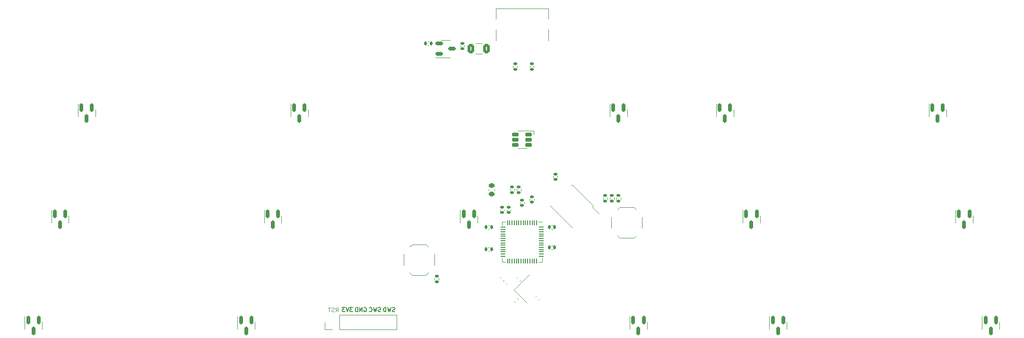
<source format=gbo>
%TF.GenerationSoftware,KiCad,Pcbnew,7.0.6*%
%TF.CreationDate,2023-07-16T23:36:14-04:00*%
%TF.ProjectId,littolRP2040,6c697474-6f6c-4525-9032-3034302e6b69,rev?*%
%TF.SameCoordinates,PX2d6b3a0PY7e098dc*%
%TF.FileFunction,Legend,Bot*%
%TF.FilePolarity,Positive*%
%FSLAX46Y46*%
G04 Gerber Fmt 4.6, Leading zero omitted, Abs format (unit mm)*
G04 Created by KiCad (PCBNEW 7.0.6) date 2023-07-16 23:36:14*
%MOMM*%
%LPD*%
G01*
G04 APERTURE LIST*
G04 Aperture macros list*
%AMRoundRect*
0 Rectangle with rounded corners*
0 $1 Rounding radius*
0 $2 $3 $4 $5 $6 $7 $8 $9 X,Y pos of 4 corners*
0 Add a 4 corners polygon primitive as box body*
4,1,4,$2,$3,$4,$5,$6,$7,$8,$9,$2,$3,0*
0 Add four circle primitives for the rounded corners*
1,1,$1+$1,$2,$3*
1,1,$1+$1,$4,$5*
1,1,$1+$1,$6,$7*
1,1,$1+$1,$8,$9*
0 Add four rect primitives between the rounded corners*
20,1,$1+$1,$2,$3,$4,$5,0*
20,1,$1+$1,$4,$5,$6,$7,0*
20,1,$1+$1,$6,$7,$8,$9,0*
20,1,$1+$1,$8,$9,$2,$3,0*%
%AMRotRect*
0 Rectangle, with rotation*
0 The origin of the aperture is its center*
0 $1 length*
0 $2 width*
0 $3 Rotation angle, in degrees counterclockwise*
0 Add horizontal line*
21,1,$1,$2,0,0,$3*%
%AMOutline5P*
0 Free polygon, 5 corners , with rotation*
0 The origin of the aperture is its center*
0 number of corners: always 5*
0 $1 to $10 corner X, Y*
0 $11 Rotation angle, in degrees counterclockwise*
0 create outline with 5 corners*
4,1,5,$1,$2,$3,$4,$5,$6,$7,$8,$9,$10,$1,$2,$11*%
%AMOutline6P*
0 Free polygon, 6 corners , with rotation*
0 The origin of the aperture is its center*
0 number of corners: always 6*
0 $1 to $12 corner X, Y*
0 $13 Rotation angle, in degrees counterclockwise*
0 create outline with 6 corners*
4,1,6,$1,$2,$3,$4,$5,$6,$7,$8,$9,$10,$11,$12,$1,$2,$13*%
%AMOutline7P*
0 Free polygon, 7 corners , with rotation*
0 The origin of the aperture is its center*
0 number of corners: always 7*
0 $1 to $14 corner X, Y*
0 $15 Rotation angle, in degrees counterclockwise*
0 create outline with 7 corners*
4,1,7,$1,$2,$3,$4,$5,$6,$7,$8,$9,$10,$11,$12,$13,$14,$1,$2,$15*%
%AMOutline8P*
0 Free polygon, 8 corners , with rotation*
0 The origin of the aperture is its center*
0 number of corners: always 8*
0 $1 to $16 corner X, Y*
0 $17 Rotation angle, in degrees counterclockwise*
0 create outline with 8 corners*
4,1,8,$1,$2,$3,$4,$5,$6,$7,$8,$9,$10,$11,$12,$13,$14,$15,$16,$1,$2,$17*%
G04 Aperture macros list end*
%ADD10C,0.125000*%
%ADD11C,0.150000*%
%ADD12C,0.120000*%
%ADD13R,1.700000X1.700000*%
%ADD14O,1.700000X1.700000*%
%ADD15C,1.750000*%
%ADD16C,3.000000*%
%ADD17C,3.987800*%
%ADD18R,2.550000X2.500000*%
%ADD19RoundRect,0.140000X-0.140000X-0.170000X0.140000X-0.170000X0.140000X0.170000X-0.140000X0.170000X0*%
%ADD20RoundRect,0.150000X-0.150000X0.587500X-0.150000X-0.587500X0.150000X-0.587500X0.150000X0.587500X0*%
%ADD21RoundRect,0.140000X0.170000X-0.140000X0.170000X0.140000X-0.170000X0.140000X-0.170000X-0.140000X0*%
%ADD22RoundRect,0.250000X0.375000X0.625000X-0.375000X0.625000X-0.375000X-0.625000X0.375000X-0.625000X0*%
%ADD23RoundRect,0.150000X-0.512500X-0.150000X0.512500X-0.150000X0.512500X0.150000X-0.512500X0.150000X0*%
%ADD24RotRect,1.400000X1.200000X45.000000*%
%ADD25RoundRect,0.140000X0.021213X-0.219203X0.219203X-0.021213X-0.021213X0.219203X-0.219203X0.021213X0*%
%ADD26RoundRect,0.135000X-0.185000X0.135000X-0.185000X-0.135000X0.185000X-0.135000X0.185000X0.135000X0*%
%ADD27RoundRect,0.140000X-0.021213X0.219203X-0.219203X0.021213X0.021213X-0.219203X0.219203X-0.021213X0*%
%ADD28RoundRect,0.135000X0.185000X-0.135000X0.185000X0.135000X-0.185000X0.135000X-0.185000X-0.135000X0*%
%ADD29RoundRect,0.150000X0.475000X0.150000X-0.475000X0.150000X-0.475000X-0.150000X0.475000X-0.150000X0*%
%ADD30RoundRect,0.140000X0.140000X0.170000X-0.140000X0.170000X-0.140000X-0.170000X0.140000X-0.170000X0*%
%ADD31RoundRect,0.225000X0.250000X-0.225000X0.250000X0.225000X-0.250000X0.225000X-0.250000X-0.225000X0*%
%ADD32Outline5P,-1.275000X1.250000X0.400000X1.250000X1.275000X0.375000X1.275000X-1.250000X-1.275000X-1.250000X180.000000*%
%ADD33RoundRect,0.050000X0.387500X0.050000X-0.387500X0.050000X-0.387500X-0.050000X0.387500X-0.050000X0*%
%ADD34RoundRect,0.050000X0.050000X0.387500X-0.050000X0.387500X-0.050000X-0.387500X0.050000X-0.387500X0*%
%ADD35R,3.200000X3.200000*%
%ADD36RoundRect,0.150000X0.565685X-0.353553X-0.353553X0.565685X-0.565685X0.353553X0.353553X-0.565685X0*%
%ADD37RoundRect,0.135000X0.035355X-0.226274X0.226274X-0.035355X-0.035355X0.226274X-0.226274X0.035355X0*%
%ADD38R,1.700000X1.000000*%
%ADD39C,3.048000*%
%ADD40Outline5P,-1.275000X1.250000X0.400000X1.250000X1.275000X0.375000X1.275000X-1.250000X-1.275000X-1.250000X0.000000*%
%ADD41C,0.650000*%
%ADD42R,0.600000X1.450000*%
%ADD43R,0.300000X1.450000*%
%ADD44O,1.000000X1.600000*%
%ADD45O,1.000000X2.100000*%
%ADD46RoundRect,0.140000X0.219203X0.021213X0.021213X0.219203X-0.219203X-0.021213X-0.021213X-0.219203X0*%
G04 APERTURE END LIST*
D10*
X71383325Y13782566D02*
X71633325Y14139709D01*
X71811896Y13782566D02*
X71811896Y14532566D01*
X71811896Y14532566D02*
X71526182Y14532566D01*
X71526182Y14532566D02*
X71454753Y14496852D01*
X71454753Y14496852D02*
X71419039Y14461138D01*
X71419039Y14461138D02*
X71383325Y14389709D01*
X71383325Y14389709D02*
X71383325Y14282566D01*
X71383325Y14282566D02*
X71419039Y14211138D01*
X71419039Y14211138D02*
X71454753Y14175423D01*
X71454753Y14175423D02*
X71526182Y14139709D01*
X71526182Y14139709D02*
X71811896Y14139709D01*
X71097610Y13818280D02*
X70990468Y13782566D01*
X70990468Y13782566D02*
X70811896Y13782566D01*
X70811896Y13782566D02*
X70740468Y13818280D01*
X70740468Y13818280D02*
X70704753Y13853995D01*
X70704753Y13853995D02*
X70669039Y13925423D01*
X70669039Y13925423D02*
X70669039Y13996852D01*
X70669039Y13996852D02*
X70704753Y14068280D01*
X70704753Y14068280D02*
X70740468Y14103995D01*
X70740468Y14103995D02*
X70811896Y14139709D01*
X70811896Y14139709D02*
X70954753Y14175423D01*
X70954753Y14175423D02*
X71026182Y14211138D01*
X71026182Y14211138D02*
X71061896Y14246852D01*
X71061896Y14246852D02*
X71097610Y14318280D01*
X71097610Y14318280D02*
X71097610Y14389709D01*
X71097610Y14389709D02*
X71061896Y14461138D01*
X71061896Y14461138D02*
X71026182Y14496852D01*
X71026182Y14496852D02*
X70954753Y14532566D01*
X70954753Y14532566D02*
X70776182Y14532566D01*
X70776182Y14532566D02*
X70669039Y14496852D01*
X70454753Y14532566D02*
X70026182Y14532566D01*
X70240467Y13782566D02*
X70240467Y14532566D01*
D11*
X74406877Y14533866D02*
X73942591Y14533866D01*
X73942591Y14533866D02*
X74192591Y14248152D01*
X74192591Y14248152D02*
X74085448Y14248152D01*
X74085448Y14248152D02*
X74014020Y14212438D01*
X74014020Y14212438D02*
X73978305Y14176723D01*
X73978305Y14176723D02*
X73942591Y14105295D01*
X73942591Y14105295D02*
X73942591Y13926723D01*
X73942591Y13926723D02*
X73978305Y13855295D01*
X73978305Y13855295D02*
X74014020Y13819580D01*
X74014020Y13819580D02*
X74085448Y13783866D01*
X74085448Y13783866D02*
X74299734Y13783866D01*
X74299734Y13783866D02*
X74371162Y13819580D01*
X74371162Y13819580D02*
X74406877Y13855295D01*
X73728305Y14533866D02*
X73478305Y13783866D01*
X73478305Y13783866D02*
X73228305Y14533866D01*
X73049734Y14533866D02*
X72585448Y14533866D01*
X72585448Y14533866D02*
X72835448Y14248152D01*
X72835448Y14248152D02*
X72728305Y14248152D01*
X72728305Y14248152D02*
X72656877Y14212438D01*
X72656877Y14212438D02*
X72621162Y14176723D01*
X72621162Y14176723D02*
X72585448Y14105295D01*
X72585448Y14105295D02*
X72585448Y13926723D01*
X72585448Y13926723D02*
X72621162Y13855295D01*
X72621162Y13855295D02*
X72656877Y13819580D01*
X72656877Y13819580D02*
X72728305Y13783866D01*
X72728305Y13783866D02*
X72942591Y13783866D01*
X72942591Y13783866D02*
X73014019Y13819580D01*
X73014019Y13819580D02*
X73049734Y13855295D01*
X81991162Y13819580D02*
X81884020Y13783866D01*
X81884020Y13783866D02*
X81705448Y13783866D01*
X81705448Y13783866D02*
X81634020Y13819580D01*
X81634020Y13819580D02*
X81598305Y13855295D01*
X81598305Y13855295D02*
X81562591Y13926723D01*
X81562591Y13926723D02*
X81562591Y13998152D01*
X81562591Y13998152D02*
X81598305Y14069580D01*
X81598305Y14069580D02*
X81634020Y14105295D01*
X81634020Y14105295D02*
X81705448Y14141009D01*
X81705448Y14141009D02*
X81848305Y14176723D01*
X81848305Y14176723D02*
X81919734Y14212438D01*
X81919734Y14212438D02*
X81955448Y14248152D01*
X81955448Y14248152D02*
X81991162Y14319580D01*
X81991162Y14319580D02*
X81991162Y14391009D01*
X81991162Y14391009D02*
X81955448Y14462438D01*
X81955448Y14462438D02*
X81919734Y14498152D01*
X81919734Y14498152D02*
X81848305Y14533866D01*
X81848305Y14533866D02*
X81669734Y14533866D01*
X81669734Y14533866D02*
X81562591Y14498152D01*
X81312591Y14533866D02*
X81134019Y13783866D01*
X81134019Y13783866D02*
X80991162Y14319580D01*
X80991162Y14319580D02*
X80848305Y13783866D01*
X80848305Y13783866D02*
X80669734Y14533866D01*
X80384019Y13783866D02*
X80384019Y14533866D01*
X80384019Y14533866D02*
X80205448Y14533866D01*
X80205448Y14533866D02*
X80098305Y14498152D01*
X80098305Y14498152D02*
X80026876Y14426723D01*
X80026876Y14426723D02*
X79991162Y14355295D01*
X79991162Y14355295D02*
X79955448Y14212438D01*
X79955448Y14212438D02*
X79955448Y14105295D01*
X79955448Y14105295D02*
X79991162Y13962438D01*
X79991162Y13962438D02*
X80026876Y13891009D01*
X80026876Y13891009D02*
X80098305Y13819580D01*
X80098305Y13819580D02*
X80205448Y13783866D01*
X80205448Y13783866D02*
X80384019Y13783866D01*
X79451162Y13819580D02*
X79344020Y13783866D01*
X79344020Y13783866D02*
X79165448Y13783866D01*
X79165448Y13783866D02*
X79094020Y13819580D01*
X79094020Y13819580D02*
X79058305Y13855295D01*
X79058305Y13855295D02*
X79022591Y13926723D01*
X79022591Y13926723D02*
X79022591Y13998152D01*
X79022591Y13998152D02*
X79058305Y14069580D01*
X79058305Y14069580D02*
X79094020Y14105295D01*
X79094020Y14105295D02*
X79165448Y14141009D01*
X79165448Y14141009D02*
X79308305Y14176723D01*
X79308305Y14176723D02*
X79379734Y14212438D01*
X79379734Y14212438D02*
X79415448Y14248152D01*
X79415448Y14248152D02*
X79451162Y14319580D01*
X79451162Y14319580D02*
X79451162Y14391009D01*
X79451162Y14391009D02*
X79415448Y14462438D01*
X79415448Y14462438D02*
X79379734Y14498152D01*
X79379734Y14498152D02*
X79308305Y14533866D01*
X79308305Y14533866D02*
X79129734Y14533866D01*
X79129734Y14533866D02*
X79022591Y14498152D01*
X78772591Y14533866D02*
X78594019Y13783866D01*
X78594019Y13783866D02*
X78451162Y14319580D01*
X78451162Y14319580D02*
X78308305Y13783866D01*
X78308305Y13783866D02*
X78129734Y14533866D01*
X77415448Y13855295D02*
X77451162Y13819580D01*
X77451162Y13819580D02*
X77558305Y13783866D01*
X77558305Y13783866D02*
X77629733Y13783866D01*
X77629733Y13783866D02*
X77736876Y13819580D01*
X77736876Y13819580D02*
X77808305Y13891009D01*
X77808305Y13891009D02*
X77844019Y13962438D01*
X77844019Y13962438D02*
X77879733Y14105295D01*
X77879733Y14105295D02*
X77879733Y14212438D01*
X77879733Y14212438D02*
X77844019Y14355295D01*
X77844019Y14355295D02*
X77808305Y14426723D01*
X77808305Y14426723D02*
X77736876Y14498152D01*
X77736876Y14498152D02*
X77629733Y14533866D01*
X77629733Y14533866D02*
X77558305Y14533866D01*
X77558305Y14533866D02*
X77451162Y14498152D01*
X77451162Y14498152D02*
X77415448Y14462438D01*
X76482591Y14498152D02*
X76554020Y14533866D01*
X76554020Y14533866D02*
X76661162Y14533866D01*
X76661162Y14533866D02*
X76768305Y14498152D01*
X76768305Y14498152D02*
X76839734Y14426723D01*
X76839734Y14426723D02*
X76875448Y14355295D01*
X76875448Y14355295D02*
X76911162Y14212438D01*
X76911162Y14212438D02*
X76911162Y14105295D01*
X76911162Y14105295D02*
X76875448Y13962438D01*
X76875448Y13962438D02*
X76839734Y13891009D01*
X76839734Y13891009D02*
X76768305Y13819580D01*
X76768305Y13819580D02*
X76661162Y13783866D01*
X76661162Y13783866D02*
X76589734Y13783866D01*
X76589734Y13783866D02*
X76482591Y13819580D01*
X76482591Y13819580D02*
X76446877Y13855295D01*
X76446877Y13855295D02*
X76446877Y14105295D01*
X76446877Y14105295D02*
X76589734Y14105295D01*
X76125448Y13783866D02*
X76125448Y14533866D01*
X76125448Y14533866D02*
X75696877Y13783866D01*
X75696877Y13783866D02*
X75696877Y14533866D01*
X75339734Y13783866D02*
X75339734Y14533866D01*
X75339734Y14533866D02*
X75161163Y14533866D01*
X75161163Y14533866D02*
X75054020Y14498152D01*
X75054020Y14498152D02*
X74982591Y14426723D01*
X74982591Y14426723D02*
X74946877Y14355295D01*
X74946877Y14355295D02*
X74911163Y14212438D01*
X74911163Y14212438D02*
X74911163Y14105295D01*
X74911163Y14105295D02*
X74946877Y13962438D01*
X74946877Y13962438D02*
X74982591Y13891009D01*
X74982591Y13891009D02*
X75054020Y13819580D01*
X75054020Y13819580D02*
X75161163Y13783866D01*
X75161163Y13783866D02*
X75339734Y13783866D01*
D12*
%TO.C,J2*%
X69472704Y10576280D02*
X69472704Y11906280D01*
X70802704Y10576280D02*
X69472704Y10576280D01*
X72072704Y10576280D02*
X82292704Y10576280D01*
X72072704Y10576280D02*
X72072704Y13236280D01*
X82292704Y10576280D02*
X82292704Y13236280D01*
X72072704Y13236280D02*
X82292704Y13236280D01*
%TO.C,C13*%
X110025254Y29288200D02*
X110240926Y29288200D01*
X110025254Y28568200D02*
X110240926Y28568200D01*
%TO.C,D2*%
X23586618Y30361014D02*
X23586618Y31011014D01*
X23586618Y30361014D02*
X23586618Y29711014D01*
X20466618Y30361014D02*
X20466618Y32036014D01*
X20466618Y30361014D02*
X20466618Y29711014D01*
%TO.C,C1*%
X93699612Y61334820D02*
X93699612Y61550492D01*
X94419612Y61334820D02*
X94419612Y61550492D01*
%TO.C,F1*%
X97638246Y60052656D02*
X96434118Y60052656D01*
X97638246Y61872656D02*
X96434118Y61872656D01*
%TO.C,U2*%
X91083042Y62522656D02*
X90283042Y62522656D01*
X91083042Y62522656D02*
X91883042Y62522656D01*
X91083042Y59402656D02*
X89283042Y59402656D01*
X91083042Y59402656D02*
X91883042Y59402656D01*
%TO.C,D10*%
X142649418Y49411062D02*
X142649418Y50061062D01*
X142649418Y49411062D02*
X142649418Y48761062D01*
X139529418Y49411062D02*
X139529418Y51086062D01*
X139529418Y49411062D02*
X139529418Y48761062D01*
%TO.C,C6*%
X102034008Y31923806D02*
X102034008Y32139478D01*
X102754008Y31923806D02*
X102754008Y32139478D01*
%TO.C,Y1*%
X103282811Y17714073D02*
X106111238Y20542500D01*
X105616264Y15380620D02*
X103282811Y17714073D01*
%TO.C,C5*%
X110368404Y37876946D02*
X110368404Y38092618D01*
X111088404Y37876946D02*
X111088404Y38092618D01*
%TO.C,C3*%
X107216744Y16456065D02*
X107369247Y16608568D01*
X107725861Y15946948D02*
X107878364Y16099451D01*
%TO.C,D15*%
X190274538Y11310966D02*
X190274538Y11960966D01*
X190274538Y11310966D02*
X190274538Y10660966D01*
X187154538Y11310966D02*
X187154538Y12985966D01*
X187154538Y11310966D02*
X187154538Y10660966D01*
%TO.C,R6*%
X122419370Y34290911D02*
X122419370Y33983629D01*
X121659370Y34290911D02*
X121659370Y33983629D01*
%TO.C,C8*%
X101534190Y19467055D02*
X101381687Y19314552D01*
X101025073Y19976172D02*
X100872570Y19823669D01*
%TO.C,D11*%
X147411930Y30361014D02*
X147411930Y31011014D01*
X147411930Y30361014D02*
X147411930Y29711014D01*
X144291930Y30361014D02*
X144291930Y32036014D01*
X144291930Y30361014D02*
X144291930Y29711014D01*
%TO.C,R9*%
X89090530Y19491721D02*
X89090530Y19799003D01*
X89850530Y19491721D02*
X89850530Y19799003D01*
%TO.C,U1*%
X106875264Y45598550D02*
X106875264Y46208550D01*
X106875264Y46208550D02*
X103975264Y46208550D01*
X104775264Y43088550D02*
X105575264Y43088550D01*
X104775264Y43088550D02*
X103975264Y43088550D01*
%TO.C,R7*%
X120468742Y33983629D02*
X120468742Y34290911D01*
X121228742Y33983629D02*
X121228742Y34290911D01*
%TO.C,C14*%
X98929960Y24643188D02*
X98714288Y24643188D01*
X98929960Y25363188D02*
X98714288Y25363188D01*
%TO.C,R2*%
X106145264Y57591817D02*
X106145264Y57899099D01*
X106905264Y57591817D02*
X106905264Y57899099D01*
%TO.C,D6*%
X56924202Y11310966D02*
X56924202Y11960966D01*
X56924202Y11310966D02*
X56924202Y10660966D01*
X53804202Y11310966D02*
X53804202Y12985966D01*
X53804202Y11310966D02*
X53804202Y10660966D01*
%TO.C,C9*%
X98792124Y35492946D02*
X98792124Y35774106D01*
X99812124Y35492946D02*
X99812124Y35774106D01*
%TO.C,U4*%
X108385264Y22718200D02*
X108385264Y23368200D01*
X107735264Y22718200D02*
X108385264Y22718200D01*
X107735264Y29938200D02*
X108385264Y29938200D01*
X101815264Y22718200D02*
X101165264Y22718200D01*
X101815264Y29938200D02*
X101165264Y29938200D01*
X101165264Y22718200D02*
X101165264Y23368200D01*
X101165264Y29938200D02*
X101165264Y29288200D01*
%TO.C,D12*%
X152174442Y11310966D02*
X152174442Y11960966D01*
X152174442Y11310966D02*
X152174442Y10660966D01*
X149054442Y11310966D02*
X149054442Y12985966D01*
X149054442Y11310966D02*
X149054442Y10660966D01*
%TO.C,U3*%
X113704974Y28888538D02*
X113888822Y29072386D01*
X117374858Y32558422D02*
X118559262Y31374018D01*
X117558706Y32742270D02*
X117374858Y32558422D01*
X111778108Y30815404D02*
X113704974Y28888538D01*
X111778108Y30815404D02*
X109851242Y32742270D01*
X115631840Y34669136D02*
X117558706Y32742270D01*
X115631840Y34669136D02*
X113704974Y36596002D01*
X109851242Y32742270D02*
X110035090Y32926118D01*
X113704974Y36596002D02*
X113521126Y36412154D01*
%TO.C,D9*%
X127171254Y11310966D02*
X127171254Y11960966D01*
X127171254Y11310966D02*
X127171254Y10660966D01*
X124051254Y11310966D02*
X124051254Y12985966D01*
X124051254Y11310966D02*
X124051254Y10660966D01*
%TO.C,C11*%
X100843380Y31923806D02*
X100843380Y32139478D01*
X101563380Y31923806D02*
X101563380Y32139478D01*
%TO.C,R8*%
X120038114Y34290911D02*
X120038114Y33983629D01*
X119278114Y34290911D02*
X119278114Y33983629D01*
%TO.C,D5*%
X61686714Y30361014D02*
X61686714Y31011014D01*
X61686714Y30361014D02*
X61686714Y29711014D01*
X58566714Y30361014D02*
X58566714Y32036014D01*
X58566714Y30361014D02*
X58566714Y29711014D01*
%TO.C,R5*%
X103802609Y19805422D02*
X104019890Y20022703D01*
X104340010Y19268021D02*
X104557291Y19485302D01*
%TO.C,C15*%
X110025254Y25688200D02*
X110240926Y25688200D01*
X110025254Y24968200D02*
X110240926Y24968200D01*
%TO.C,D4*%
X66449226Y49411062D02*
X66449226Y50061062D01*
X66449226Y49411062D02*
X66449226Y48761062D01*
X63329226Y49411062D02*
X63329226Y51086062D01*
X63329226Y49411062D02*
X63329226Y48761062D01*
%TO.C,D3*%
X18824106Y11310966D02*
X18824106Y11960966D01*
X18824106Y11310966D02*
X18824106Y10660966D01*
X15704106Y11310966D02*
X15704106Y12985966D01*
X15704106Y11310966D02*
X15704106Y10660966D01*
%TO.C,D8*%
X96810240Y30361014D02*
X96810240Y31011014D01*
X96810240Y30361014D02*
X96810240Y29711014D01*
X93690240Y30361014D02*
X93690240Y32036014D01*
X93690240Y30361014D02*
X93690240Y29711014D01*
%TO.C,D1*%
X28349130Y49411062D02*
X28349130Y50061062D01*
X28349130Y49411062D02*
X28349130Y48761062D01*
X25229130Y49411062D02*
X25229130Y51086062D01*
X25229130Y49411062D02*
X25229130Y48761062D01*
%TO.C,R4*%
X102609322Y35479885D02*
X102609322Y35787167D01*
X103369322Y35479885D02*
X103369322Y35787167D01*
%TO.C,C2*%
X88098994Y61552656D02*
X87883322Y61552656D01*
X88098994Y62272656D02*
X87883322Y62272656D01*
%TO.C,C16*%
X102129504Y18871741D02*
X101977001Y18719238D01*
X101620387Y19380858D02*
X101467884Y19228355D01*
%TO.C,RESET1*%
X83570530Y22103188D02*
X83570530Y24103188D01*
X84620530Y25403188D02*
X85070530Y25853188D01*
X84620530Y20803188D02*
X85070530Y20353188D01*
X85070530Y25853188D02*
X87570530Y25853188D01*
X85070530Y20353188D02*
X87570530Y20353188D01*
X88020530Y25403188D02*
X87570530Y25853188D01*
X88020530Y20803188D02*
X87570530Y20353188D01*
X89070530Y22103188D02*
X89070530Y24103188D01*
%TO.C,C7*%
X106201206Y33825062D02*
X106201206Y34040734D01*
X106921206Y33825062D02*
X106921206Y34040734D01*
%TO.C,R1*%
X103905264Y57899099D02*
X103905264Y57591817D01*
X103145264Y57899099D02*
X103145264Y57591817D01*
%TO.C,C12*%
X104415264Y33229748D02*
X104415264Y33445420D01*
X105135264Y33229748D02*
X105135264Y33445420D01*
%TO.C,D13*%
X180749514Y49411062D02*
X180749514Y50061062D01*
X180749514Y49411062D02*
X180749514Y48761062D01*
X177629514Y49411062D02*
X177629514Y51086062D01*
X177629514Y49411062D02*
X177629514Y48761062D01*
%TO.C,J1*%
X100075264Y68193912D02*
X109475264Y68193912D01*
X100075264Y66293912D02*
X100075264Y68193912D01*
X100075264Y62393912D02*
X100075264Y64393912D01*
X109475264Y66293912D02*
X109475264Y68193912D01*
X109475264Y62393912D02*
X109475264Y64393912D01*
%TO.C,R3*%
X103799950Y35479885D02*
X103799950Y35787167D01*
X104559950Y35479885D02*
X104559950Y35787167D01*
%TO.C,D7*%
X123599370Y49411062D02*
X123599370Y50061062D01*
X123599370Y49411062D02*
X123599370Y48761062D01*
X120479370Y49411062D02*
X120479370Y51086062D01*
X120479370Y49411062D02*
X120479370Y48761062D01*
%TO.C,C4*%
X103560092Y15505398D02*
X103407589Y15657901D01*
X104069209Y16014515D02*
X103916706Y16167018D01*
%TO.C,D14*%
X185512026Y30361014D02*
X185512026Y31011014D01*
X185512026Y30361014D02*
X185512026Y29711014D01*
X182392026Y30361014D02*
X182392026Y32036014D01*
X182392026Y30361014D02*
X182392026Y29711014D01*
%TO.C,C10*%
X98929960Y28568200D02*
X98714288Y28568200D01*
X98929960Y29288200D02*
X98714288Y29288200D01*
%TO.C,BOOT1*%
X126277655Y30765700D02*
X126277655Y28765700D01*
X125227655Y27465700D02*
X124777655Y27015700D01*
X125227655Y32065700D02*
X124777655Y32515700D01*
X124777655Y27015700D02*
X122277655Y27015700D01*
X124777655Y32515700D02*
X122277655Y32515700D01*
X121827655Y27465700D02*
X122277655Y27015700D01*
X121827655Y32065700D02*
X122277655Y32515700D01*
X120777655Y30765700D02*
X120777655Y28765700D01*
%TD*%
%LPC*%
D13*
%TO.C,J2*%
X70802704Y11906280D03*
D14*
X73342704Y11906280D03*
X75882704Y11906280D03*
X78422704Y11906280D03*
X80962704Y11906280D03*
%TD*%
D15*
%TO.C,MX24*%
X162262727Y38100096D03*
D16*
X159722727Y43180096D03*
D17*
X157182727Y38100096D03*
D16*
X153372727Y40640096D03*
D15*
X152102727Y38100096D03*
D18*
X150097727Y40640096D03*
X163024727Y43180096D03*
%TD*%
D19*
%TO.C,C13*%
X109653090Y28928200D03*
X110613090Y28928200D03*
%TD*%
D20*
%TO.C,D2*%
X21076618Y31298514D03*
X22976618Y31298514D03*
X22026618Y29423514D03*
%TD*%
D21*
%TO.C,C1*%
X94059612Y60962656D03*
X94059612Y61922656D03*
%TD*%
D15*
%TO.C,MX25*%
X167025239Y19050048D03*
D16*
X164485239Y24130048D03*
D17*
X161945239Y19050048D03*
D16*
X158135239Y21590048D03*
D15*
X156865239Y19050048D03*
D18*
X154860239Y21590048D03*
X167787239Y24130048D03*
%TD*%
D22*
%TO.C,F1*%
X98436182Y60962656D03*
X95636182Y60962656D03*
%TD*%
D15*
%TO.C,MX1*%
X19347705Y57150144D03*
D16*
X16807705Y62230144D03*
D17*
X14267705Y57150144D03*
D16*
X10457705Y59690144D03*
D15*
X9187705Y57150144D03*
D18*
X7182705Y59690144D03*
X20109705Y62230144D03*
%TD*%
D23*
%TO.C,U2*%
X89945542Y60012656D03*
X89945542Y61912656D03*
X92220542Y60962656D03*
%TD*%
D15*
%TO.C,MX17*%
X124122969Y38100096D03*
D16*
X121582969Y43180096D03*
D17*
X119042969Y38100096D03*
D16*
X115232969Y40640096D03*
D15*
X113962969Y38100096D03*
D18*
X111957969Y40640096D03*
X124884969Y43180096D03*
%TD*%
D15*
%TO.C,MX27*%
X181312775Y38100096D03*
D16*
X178772775Y43180096D03*
D17*
X176232775Y38100096D03*
D16*
X172422775Y40640096D03*
D15*
X171152775Y38100096D03*
D18*
X169147775Y40640096D03*
X182074775Y43180096D03*
%TD*%
D15*
%TO.C,MX2*%
X17006111Y38100096D03*
D16*
X14466111Y43180096D03*
D17*
X11926111Y38100096D03*
D16*
X8116111Y40640096D03*
D15*
X6846111Y38100096D03*
D18*
X4841111Y40640096D03*
X17768111Y43180096D03*
%TD*%
D15*
%TO.C,MX5*%
X38397753Y38100096D03*
D16*
X35857753Y43180096D03*
D17*
X33317753Y38100096D03*
D16*
X29507753Y40640096D03*
D15*
X28237753Y38100096D03*
D18*
X26232753Y40640096D03*
X39159753Y43180096D03*
%TD*%
D15*
%TO.C,MX22*%
X147975191Y19050048D03*
D16*
X145435191Y24130048D03*
D17*
X142895191Y19050048D03*
D16*
X139085191Y21590048D03*
D15*
X137815191Y19050048D03*
D18*
X135810191Y21590048D03*
X148737191Y24130048D03*
%TD*%
D20*
%TO.C,D10*%
X140139418Y50348562D03*
X142039418Y50348562D03*
X141089418Y48473562D03*
%TD*%
D21*
%TO.C,C6*%
X102394008Y31551642D03*
X102394008Y32511642D03*
%TD*%
D24*
%TO.C,Y1*%
X104484893Y17784783D03*
X106040528Y19340418D03*
X107242609Y18138337D03*
X105686974Y16582702D03*
%TD*%
D21*
%TO.C,C5*%
X110728404Y37504782D03*
X110728404Y38464782D03*
%TD*%
D25*
%TO.C,C3*%
X107208143Y15938347D03*
X107886965Y16617169D03*
%TD*%
D15*
%TO.C,MX3*%
X14605024Y19050048D03*
D16*
X12065024Y24130048D03*
D17*
X9525024Y19050048D03*
D16*
X5715024Y21590048D03*
D15*
X4445024Y19050048D03*
D18*
X2440024Y21590048D03*
X15367024Y24130048D03*
%TD*%
D20*
%TO.C,D15*%
X187764538Y12248466D03*
X189664538Y12248466D03*
X188714538Y10373466D03*
%TD*%
D26*
%TO.C,R6*%
X122039370Y34647270D03*
X122039370Y33627270D03*
%TD*%
D15*
%TO.C,MX11*%
X76517680Y38100096D03*
D16*
X73977680Y43180096D03*
D17*
X71437680Y38100096D03*
D16*
X67627680Y40640096D03*
D15*
X66357680Y38100096D03*
D18*
X64352680Y40640096D03*
X77279680Y43180096D03*
%TD*%
D27*
%TO.C,C8*%
X101542791Y19984773D03*
X100863969Y19305951D03*
%TD*%
D15*
%TO.C,MX14*%
X95547897Y38100096D03*
D16*
X93007897Y43180096D03*
D17*
X90467897Y38100096D03*
D16*
X86657897Y40640096D03*
D15*
X85387897Y38100096D03*
D18*
X83382897Y40640096D03*
X96309897Y43180096D03*
%TD*%
D20*
%TO.C,D11*%
X144901930Y31298514D03*
X146801930Y31298514D03*
X145851930Y29423514D03*
%TD*%
D28*
%TO.C,R9*%
X89470530Y19135362D03*
X89470530Y20155362D03*
%TD*%
D15*
%TO.C,MX8*%
X57447801Y38100096D03*
D16*
X54907801Y43180096D03*
D17*
X52367801Y38100096D03*
D16*
X48557801Y40640096D03*
D15*
X47287801Y38100096D03*
D18*
X45282801Y40640096D03*
X58209801Y43180096D03*
%TD*%
D15*
%TO.C,MX10*%
X81260361Y57150144D03*
D16*
X78720361Y62230144D03*
D17*
X76180361Y57150144D03*
D16*
X72370361Y59690144D03*
D15*
X71100361Y57150144D03*
D18*
X69095361Y59690144D03*
X82022361Y62230144D03*
%TD*%
D15*
%TO.C,MX7*%
X62249975Y57150144D03*
D16*
X59709975Y62230144D03*
D17*
X57169975Y57150144D03*
D16*
X53359975Y59690144D03*
D15*
X52089975Y57150144D03*
D18*
X50084975Y59690144D03*
X63011975Y62230144D03*
%TD*%
D29*
%TO.C,U1*%
X105950264Y45598550D03*
X105950264Y44648550D03*
X105950264Y43698550D03*
X103600264Y43698550D03*
X103600264Y44648550D03*
X103600264Y45598550D03*
%TD*%
D28*
%TO.C,R7*%
X120848742Y33627270D03*
X120848742Y34647270D03*
%TD*%
D30*
%TO.C,C14*%
X99302124Y25003188D03*
X98342124Y25003188D03*
%TD*%
D28*
%TO.C,R2*%
X106525264Y57235458D03*
X106525264Y58255458D03*
%TD*%
D15*
%TO.C,MX15*%
X100330240Y9525024D03*
D16*
X97790240Y14605024D03*
D17*
X95250240Y9525024D03*
D16*
X91440240Y12065024D03*
D15*
X90170240Y9525024D03*
D18*
X88165240Y12065024D03*
X101092240Y14605024D03*
%TD*%
D20*
%TO.C,D6*%
X54414202Y12248466D03*
X56314202Y12248466D03*
X55364202Y10373466D03*
%TD*%
D31*
%TO.C,C9*%
X99302124Y34858526D03*
X99302124Y36408526D03*
%TD*%
D15*
%TO.C,MX18*%
X119380288Y9525024D03*
D16*
X116840288Y14605024D03*
D17*
X114300288Y9525024D03*
D16*
X110490288Y12065024D03*
D15*
X109220288Y9525024D03*
D32*
X107215288Y12065024D03*
D18*
X120142288Y14605024D03*
%TD*%
D33*
%TO.C,U4*%
X108212764Y28928200D03*
X108212764Y28528200D03*
X108212764Y28128200D03*
X108212764Y27728200D03*
X108212764Y27328200D03*
X108212764Y26928200D03*
X108212764Y26528200D03*
X108212764Y26128200D03*
X108212764Y25728200D03*
X108212764Y25328200D03*
X108212764Y24928200D03*
X108212764Y24528200D03*
X108212764Y24128200D03*
X108212764Y23728200D03*
D34*
X107375264Y22890700D03*
X106975264Y22890700D03*
X106575264Y22890700D03*
X106175264Y22890700D03*
X105775264Y22890700D03*
X105375264Y22890700D03*
X104975264Y22890700D03*
X104575264Y22890700D03*
X104175264Y22890700D03*
X103775264Y22890700D03*
X103375264Y22890700D03*
X102975264Y22890700D03*
X102575264Y22890700D03*
X102175264Y22890700D03*
D33*
X101337764Y23728200D03*
X101337764Y24128200D03*
X101337764Y24528200D03*
X101337764Y24928200D03*
X101337764Y25328200D03*
X101337764Y25728200D03*
X101337764Y26128200D03*
X101337764Y26528200D03*
X101337764Y26928200D03*
X101337764Y27328200D03*
X101337764Y27728200D03*
X101337764Y28128200D03*
X101337764Y28528200D03*
X101337764Y28928200D03*
D34*
X102175264Y29765700D03*
X102575264Y29765700D03*
X102975264Y29765700D03*
X103375264Y29765700D03*
X103775264Y29765700D03*
X104175264Y29765700D03*
X104575264Y29765700D03*
X104975264Y29765700D03*
X105375264Y29765700D03*
X105775264Y29765700D03*
X106175264Y29765700D03*
X106575264Y29765700D03*
X106975264Y29765700D03*
X107375264Y29765700D03*
D35*
X104775264Y26328200D03*
%TD*%
D15*
%TO.C,MX9*%
X52724951Y19050048D03*
D16*
X50184951Y24130048D03*
D17*
X47644951Y19050048D03*
D16*
X43834951Y21590048D03*
D15*
X42564951Y19050048D03*
D18*
X40559951Y21590048D03*
X53486951Y24130048D03*
%TD*%
D15*
%TO.C,MX29*%
X200342992Y57150144D03*
D16*
X197802992Y62230144D03*
D17*
X195262992Y57150144D03*
D16*
X191452992Y59690144D03*
D15*
X190182992Y57150144D03*
D18*
X188177992Y59690144D03*
X201104992Y62230144D03*
%TD*%
D20*
%TO.C,D12*%
X149664442Y12248466D03*
X151564442Y12248466D03*
X150614442Y10373466D03*
%TD*%
D36*
%TO.C,U3*%
X117597597Y31543724D03*
X116699571Y30645698D03*
X115801546Y29747673D03*
X114903520Y28849647D03*
X109812351Y33940816D03*
X110710377Y34838842D03*
X111608402Y35736867D03*
X112506428Y36634893D03*
%TD*%
D20*
%TO.C,D9*%
X124661254Y12248466D03*
X126561254Y12248466D03*
X125611254Y10373466D03*
%TD*%
D21*
%TO.C,C11*%
X101203380Y31551642D03*
X101203380Y32511642D03*
%TD*%
D26*
%TO.C,R8*%
X119658114Y34647270D03*
X119658114Y33627270D03*
%TD*%
D20*
%TO.C,D5*%
X59176714Y31298514D03*
X61076714Y31298514D03*
X60126714Y29423514D03*
%TD*%
D37*
%TO.C,R5*%
X103819326Y19284738D03*
X104540574Y20005986D03*
%TD*%
D19*
%TO.C,C15*%
X109653090Y25328200D03*
X110613090Y25328200D03*
%TD*%
D15*
%TO.C,MX12*%
X71735337Y19050048D03*
D16*
X69195337Y24130048D03*
D17*
X66655337Y19050048D03*
D16*
X62845337Y21590048D03*
D15*
X61575337Y19050048D03*
D18*
X59570337Y21590048D03*
X72497337Y24130048D03*
%TD*%
D20*
%TO.C,D4*%
X63939226Y50348562D03*
X65839226Y50348562D03*
X64889226Y48473562D03*
%TD*%
%TO.C,D3*%
X16314106Y12248466D03*
X18214106Y12248466D03*
X17264106Y10373466D03*
%TD*%
%TO.C,D8*%
X94300240Y31298514D03*
X96200240Y31298514D03*
X95250240Y29423514D03*
%TD*%
D15*
%TO.C,MX21*%
X143173017Y38100096D03*
D16*
X140633017Y43180096D03*
D17*
X138093017Y38100096D03*
D16*
X134283017Y40640096D03*
D15*
X133013017Y38100096D03*
D18*
X131008017Y40640096D03*
X143935017Y43180096D03*
%TD*%
D15*
%TO.C,MX6*%
X33674903Y19050048D03*
D16*
X31134903Y24130048D03*
D17*
X28594903Y19050048D03*
D16*
X24784903Y21590048D03*
D15*
X23514903Y19050048D03*
D18*
X21509903Y21590048D03*
X34436903Y24130048D03*
%TD*%
D20*
%TO.C,D1*%
X25839130Y50348562D03*
X27739130Y50348562D03*
X26789130Y48473562D03*
%TD*%
D15*
%TO.C,MX30*%
X202704417Y38100096D03*
D16*
X200164417Y43180096D03*
D17*
X197624417Y38100096D03*
D16*
X193814417Y40640096D03*
D15*
X192544417Y38100096D03*
D18*
X190539417Y40640096D03*
X203466417Y43180096D03*
%TD*%
D28*
%TO.C,R4*%
X102989322Y35123526D03*
X102989322Y36143526D03*
%TD*%
D15*
%TO.C,MX13*%
X90150409Y57150144D03*
D16*
X92690409Y52070144D03*
D17*
X95230409Y57150144D03*
D16*
X99040409Y54610144D03*
D15*
X100310409Y57150144D03*
D18*
X102315409Y54610144D03*
X89388409Y52070144D03*
%TD*%
D30*
%TO.C,C2*%
X88471158Y61912656D03*
X87511158Y61912656D03*
%TD*%
D15*
%TO.C,MX16*%
X109200457Y57150144D03*
D16*
X111740457Y52070144D03*
D17*
X114280457Y57150144D03*
D16*
X118090457Y54610144D03*
D15*
X119360457Y57150144D03*
D18*
X121365457Y54610144D03*
X108438457Y52070144D03*
%TD*%
D27*
%TO.C,C16*%
X102138105Y19389459D03*
X101459283Y18710637D03*
%TD*%
D38*
%TO.C,RESET1*%
X83170530Y21203188D03*
X89470530Y21203188D03*
X83170530Y25003188D03*
X89470530Y25003188D03*
%TD*%
D21*
%TO.C,C7*%
X106561206Y33452898D03*
X106561206Y34412898D03*
%TD*%
D15*
%TO.C,MX28*%
X186055456Y19050048D03*
D16*
X183515456Y24130048D03*
D17*
X180975456Y19050048D03*
D16*
X177165456Y21590048D03*
D15*
X175895456Y19050048D03*
D18*
X173890456Y21590048D03*
X186817456Y24130048D03*
%TD*%
D26*
%TO.C,R1*%
X103525264Y58255458D03*
X103525264Y57235458D03*
%TD*%
D21*
%TO.C,C12*%
X104775264Y32857584D03*
X104775264Y33817584D03*
%TD*%
D20*
%TO.C,D13*%
X178239514Y50348562D03*
X180139514Y50348562D03*
X179189514Y48473562D03*
%TD*%
D17*
%TO.C,MX19*%
X92837264Y17780024D03*
D39*
X92837264Y2540024D03*
D15*
X99695264Y9525024D03*
D16*
X102235264Y4445024D03*
D17*
X104775264Y9525024D03*
D16*
X108585264Y6985024D03*
D15*
X109855264Y9525024D03*
D17*
X116713264Y17780024D03*
D39*
X116713264Y2540024D03*
D40*
X111860264Y6985024D03*
D18*
X98933264Y4445024D03*
%TD*%
D41*
%TO.C,J1*%
X101885264Y61693912D03*
X107665264Y61693912D03*
D42*
X101525264Y60248912D03*
X102325264Y60248912D03*
D43*
X103525264Y60248912D03*
X104525264Y60248912D03*
X105025264Y60248912D03*
X106025264Y60248912D03*
D42*
X107225264Y60248912D03*
X108025264Y60248912D03*
X108025264Y60248912D03*
X107225264Y60248912D03*
D43*
X106525264Y60248912D03*
X105525264Y60248912D03*
X104025264Y60248912D03*
X103025264Y60248912D03*
D42*
X102325264Y60248912D03*
X101525264Y60248912D03*
D44*
X100455264Y65343912D03*
D45*
X100455264Y61163912D03*
D44*
X109095264Y65343912D03*
D45*
X109095264Y61163912D03*
%TD*%
D28*
%TO.C,R3*%
X104179950Y35123526D03*
X104179950Y36143526D03*
%TD*%
D15*
%TO.C,MX26*%
X176530432Y57150144D03*
D16*
X173990432Y62230144D03*
D17*
X171450432Y57150144D03*
D16*
X167640432Y59690144D03*
D15*
X166370432Y57150144D03*
D18*
X164365432Y59690144D03*
X177292432Y62230144D03*
%TD*%
D15*
%TO.C,MX31*%
X205085673Y19050048D03*
D16*
X202545673Y24130048D03*
D17*
X200005673Y19050048D03*
D16*
X196195673Y21590048D03*
D15*
X194925673Y19050048D03*
D18*
X192920673Y21590048D03*
X205847673Y24130048D03*
%TD*%
D20*
%TO.C,D7*%
X121089370Y50348562D03*
X122989370Y50348562D03*
X122039370Y48473562D03*
%TD*%
D15*
%TO.C,MX20*%
X138410505Y57150144D03*
D16*
X135870505Y62230144D03*
D17*
X133330505Y57150144D03*
D16*
X129520505Y59690144D03*
D15*
X128250505Y57150144D03*
D18*
X126245505Y59690144D03*
X139172505Y62230144D03*
%TD*%
D15*
%TO.C,MX4*%
X43199927Y57150144D03*
D16*
X40659927Y62230144D03*
D17*
X38119927Y57150144D03*
D16*
X34309927Y59690144D03*
D15*
X33039927Y57150144D03*
D18*
X31034927Y59690144D03*
X43961927Y62230144D03*
%TD*%
D46*
%TO.C,C4*%
X104077810Y15496797D03*
X103398988Y16175619D03*
%TD*%
D20*
%TO.C,D14*%
X183002026Y31298514D03*
X184902026Y31298514D03*
X183952026Y29423514D03*
%TD*%
D15*
%TO.C,MX23*%
X157480384Y57150144D03*
D16*
X154940384Y62230144D03*
D17*
X152400384Y57150144D03*
D16*
X148590384Y59690144D03*
D15*
X147320384Y57150144D03*
D18*
X145315384Y59690144D03*
X158242384Y62230144D03*
%TD*%
D30*
%TO.C,C10*%
X99302124Y28928200D03*
X98342124Y28928200D03*
%TD*%
D38*
%TO.C,BOOT1*%
X126677655Y31665700D03*
X120377655Y31665700D03*
X126677655Y27865700D03*
X120377655Y27865700D03*
%TD*%
%LPD*%
M02*

</source>
